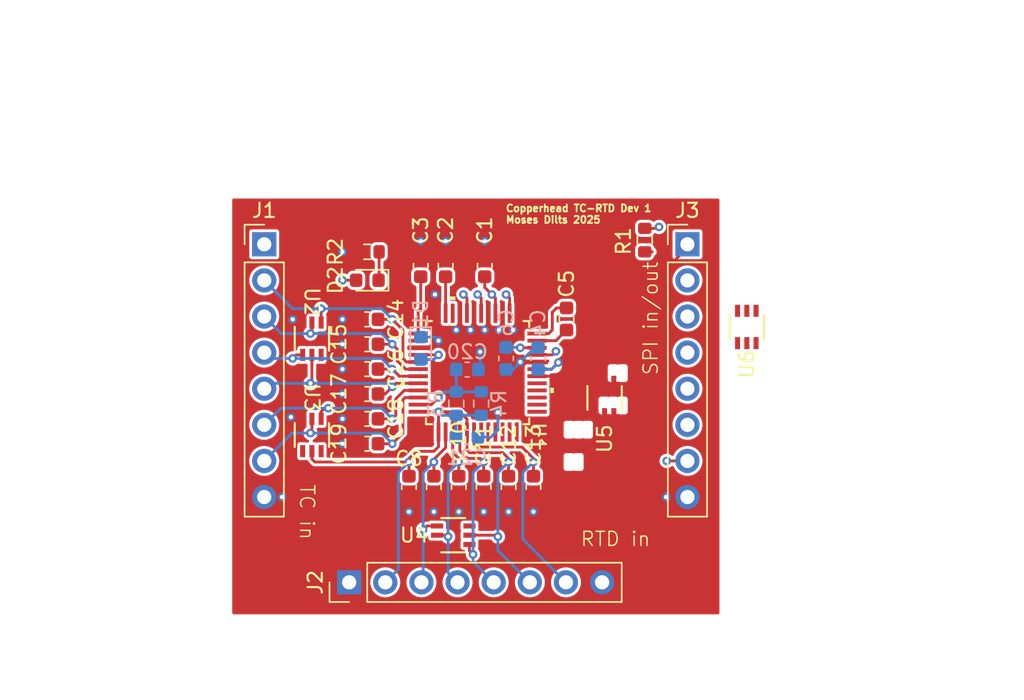
<source format=kicad_pcb>
(kicad_pcb (version 20241229) (generator "pcbnew") (generator_version "9.0")
  (layers (0 "F.Cu" signal) (4 "In1.Cu" signal) (6 "In2.Cu" signal) (2 "B.Cu" signal) (13 "F.Paste" user) (15 "B.Paste" user) (5 "F.SilkS" user "F.Silkscreen") (7 "B.SilkS" user "B.Silkscreen") (1 "F.Mask" user) (3 "B.Mask" user) (25 "Edge.Cuts" user))
  (net 0 "")
  (net 1 "+5V")
  (net 2 "GND")
  (net 3 "Net-(U1-VREF_BYP)")
  (net 4 "Net-(U1-VREFOUT)")
  (net 5 "Net-(U1-LDO)")
  (net 6 "Net-(U1-Q2)")
  (net 7 "Net-(U1-Q1)")
  (net 8 "Net-(U1-Q3)")
  (net 9 "CH1")
  (net 10 "Net-(D2-K)")
  (net 11 "CH7")
  (net 12 "CH5")
  (net 13 "CH3")
  (net 14 "CH6")
  (net 15 "CH2")
  (net 16 "COMMON")
  (net 17 "CH4")
  (net 18 "CH10")
  (net 19 "CH15")
  (net 20 "CH8")
  (net 21 "CH13")
  (net 22 "CH11")
  (net 23 "SDO")
  (net 24 "SCK")
  (net 25 "INTERRUPT")
  (net 26 "RESET_LOW")
  (net 27 "SDI")
  (net 28 "CS_LOW")
  (footprint "Resistor_SMD:R_0603_1608Metric" (layer "F.Cu") (at 151.825 98.465)
    (property "Reference" "R2" (at -2.25 0 90) (layer "F.SilkS"))
    (property "Value" "1k")
    (pad "1" smd roundrect (at -0.825 0) (size 0.8 0.95) (layers "F.Cu" "F.Mask" "F.Paste") (net 2 "GND"))
    (pad "2" smd roundrect (at 0.825 0) (size 0.8 0.95) (layers "F.Cu" "F.Mask" "F.Paste") (net 10 "Net-(D2-K)"))
  )
  (footprint "Capacitor_SMD:C_0603_1608Metric" (layer "F.Cu") (at 165.825 103.19 -90)
    (property "Reference" "C5" (at -2.475 0 90) (layer "F.SilkS"))
    (property "Value" "10uF")
    (pad "1" smd roundrect (at -0.775 0 270) (size 0.9 0.95) (layers "F.Cu" "F.Mask" "F.Paste") (net 7 "Net-(U1-Q1)"))
    (pad "2" smd roundrect (at 0.775 0 270) (size 0.9 0.95) (layers "F.Cu" "F.Mask" "F.Paste") (net 6 "Net-(U1-Q2)"))
  )
  (footprint "Capacitor_SMD:C_0603_1608Metric" (layer "F.Cu") (at 154.75 115.025 -90)
    (property "Reference" "C8" (at -2.025 0 180) (layer "F.SilkS"))
    (property "Value" "0.01uF")
    (pad "1" smd roundrect (at -0.775 0 270) (size 0.9 0.95) (layers "F.Cu" "F.Mask" "F.Paste") (net 18 "CH10"))
    (pad "2" smd roundrect (at 0.775 0 270) (size 0.9 0.95) (layers "F.Cu" "F.Mask" "F.Paste") (net 2 "GND"))
  )
  (footprint "Capacitor_SMD:C_0603_1608Metric" (layer "F.Cu") (at 157.325 99.44 -90)
    (property "Reference" "C2" (at -2.475 0 90) (layer "F.SilkS"))
    (property "Value" "0.1uF")
    (pad "1" smd roundrect (at -0.775 0 270) (size 0.9 0.95) (layers "F.Cu" "F.Mask" "F.Paste") (net 2 "GND"))
    (pad "2" smd roundrect (at 0.775 0 270) (size 0.9 0.95) (layers "F.Cu" "F.Mask" "F.Paste") (net 3 "Net-(U1-VREF_BYP)"))
  )
  (footprint "Capacitor_SMD:C_0603_1608Metric" (layer "F.Cu") (at 151.8 111.965 180)
    (property "Reference" "C19" (at 1.975 0 90) (layer "F.SilkS"))
    (property "Value" "0.01uF")
    (pad "1" smd roundrect (at -0.775 0 180) (size 0.9 0.95) (layers "F.Cu" "F.Mask" "F.Paste") (net 11 "CH7"))
    (pad "2" smd roundrect (at 0.775 0 180) (size 0.9 0.95) (layers "F.Cu" "F.Mask" "F.Paste") (net 2 "GND"))
  )
  (footprint "LED_SMD:LED_0603_1608Metric" (layer "F.Cu") (at 151.825 100.465 180)
    (property "Reference" "D2" (at 2.25 0 90) (layer "F.SilkS"))
    (property "Value" "LED")
    (pad "1" smd roundrect (at -0.7875 0 180) (size 0.875 0.95) (layers "F.Cu" "F.Mask" "F.Paste") (net 10 "Net-(D2-K)"))
    (pad "2" smd roundrect (at 0.7875 0 180) (size 0.875 0.95) (layers "F.Cu" "F.Mask" "F.Paste") (net 1 "+5V"))
  )
  (footprint "avi_footprint:DCK6_TEX" (layer "F.Cu") (at 168.5 108.75 90)
    (property "Reference" "U5" (at -2.86335 0 90) (layer "F.SilkS"))
    (property "Value" "TPD4E1B06DCKR")
    (pad "1" smd rect (at -1.13665 -0.649999 90) (size 0.8509 0.3556) (layers "F.Cu" "F.Mask" "F.Paste") (net 19 "CH15"))
    (pad "2" smd rect (at -1.13665 0 90) (size 0.8509 0.3556) (layers "F.Cu" "F.Mask" "F.Paste") (net 26 "RESET_LOW"))
    (pad "3" smd rect (at -1.13665 0.649999 90) (size 0.8509 0.3556) (layers "F.Cu" "F.Mask" "F.Paste") (net 2 "GND"))
    (pad "4" smd rect (at 1.13665 0.649999 90) (size 0.8509 0.3556) (layers "F.Cu" "F.Mask" "F.Paste") (net 28 "CS_LOW"))
    (pad "5" smd rect (at 1.13665 0 90) (size 0.8509 0.3556) (layers "F.Cu" "F.Mask" "F.Paste") (net 27 "SDI"))
    (pad "6" smd rect (at 1.13665 -0.649999 90) (size 0.8509 0.3556) (layers "F.Cu" "F.Mask" "F.Paste"))
  )
  (footprint "Capacitor_SMD:C_0603_1608Metric" (layer "F.Cu") (at 163.5 115.025 -90)
    (property "Reference" "C13" (at -2.975 0 90) (layer "F.SilkS"))
    (property "Value" "0.01uF")
    (pad "1" smd roundrect (at -0.775 0 270) (size 0.9 0.95) (layers "F.Cu" "F.Mask" "F.Paste") (net 19 "CH15"))
    (pad "2" smd roundrect (at 0.775 0 270) (size 0.9 0.95) (layers "F.Cu" "F.Mask" "F.Paste") (net 2 "GND"))
  )
  (footprint "avi_footprint:DCK6_TEX" (layer "F.Cu") (at 178.5 103.75 90)
    (property "Reference" "U6" (at -2.61335 0 90) (layer "F.SilkS"))
    (property "Value" "TPD4E1B06DCKR")
    (pad "1" smd rect (at -1.13665 -0.649999 90) (size 0.8509 0.3556) (layers "F.Cu" "F.Mask" "F.Paste") (net 23 "SDO"))
    (pad "2" smd rect (at -1.13665 0 90) (size 0.8509 0.3556) (layers "F.Cu" "F.Mask" "F.Paste") (net 24 "SCK"))
    (pad "3" smd rect (at -1.13665 0.649999 90) (size 0.8509 0.3556) (layers "F.Cu" "F.Mask" "F.Paste") (net 2 "GND"))
    (pad "4" smd rect (at 1.13665 0.649999 90) (size 0.8509 0.3556) (layers "F.Cu" "F.Mask" "F.Paste") (net 25 "INTERRUPT"))
    (pad "5" smd rect (at 1.13665 0 90) (size 0.8509 0.3556) (layers "F.Cu" "F.Mask" "F.Paste") (net 16 "COMMON"))
    (pad "6" smd rect (at 1.13665 -0.649999 90) (size 0.8509 0.3556) (layers "F.Cu" "F.Mask" "F.Paste"))
  )
  (footprint "avi_footprint:DCK6_TEX" (layer "F.Cu") (at 147.925001 104.57835 -90)
    (property "Reference" "U2" (at -2.61335 0 270) (layer "F.SilkS"))
    (property "Value" "TPD4E1B06DCKR")
    (pad "1" smd rect (at -1.13665 -0.649999 270) (size 0.8509 0.3556) (layers "F.Cu" "F.Mask" "F.Paste") (net 15 "CH2"))
    (pad "2" smd rect (at -1.13665 0 270) (size 0.8509 0.3556) (layers "F.Cu" "F.Mask" "F.Paste") (net 13 "CH3"))
    (pad "3" smd rect (at -1.13665 0.649999 270) (size 0.8509 0.3556) (layers "F.Cu" "F.Mask" "F.Paste") (net 2 "GND"))
    (pad "4" smd rect (at 1.13665 0.649999 270) (size 0.8509 0.3556) (layers "F.Cu" "F.Mask" "F.Paste") (net 17 "CH4"))
    (pad "5" smd rect (at 1.13665 0 270) (size 0.8509 0.3556) (layers "F.Cu" "F.Mask" "F.Paste") (net 12 "CH5"))
    (pad "6" smd rect (at 1.13665 -0.649999 270) (size 0.8509 0.3556) (layers "F.Cu" "F.Mask" "F.Paste"))
  )
  (footprint "Capacitor_SMD:C_0603_1608Metric" (layer "F.Cu") (at 151.8 103.215 180)
    (property "Reference" "C14" (at -2.025 0 90) (layer "F.SilkS"))
    (property "Value" "0.01uF")
    (pad "1" smd roundrect (at -0.775 0 180) (size 0.9 0.95) (layers "F.Cu" "F.Mask" "F.Paste") (net 15 "CH2"))
    (pad "2" smd roundrect (at 0.775 0 180) (size 0.9 0.95) (layers "F.Cu" "F.Mask" "F.Paste") (net 2 "GND"))
  )
  (footprint "Capacitor_SMD:C_0603_1608Metric" (layer "F.Cu") (at 155.575 99.44 90)
    (property "Reference" "C3" (at 2.475 0 90) (layer "F.SilkS"))
    (property "Value" "0.1uF")
    (pad "1" smd roundrect (at -0.775 0 90) (size 0.9 0.95) (layers "F.Cu" "F.Mask" "F.Paste") (net 4 "Net-(U1-VREFOUT)"))
    (pad "2" smd roundrect (at 0.775 0 90) (size 0.9 0.95) (layers "F.Cu" "F.Mask" "F.Paste") (net 2 "GND"))
  )
  (footprint "Connector_PinHeader_2.54mm:PinHeader_1x08_P2.54mm_Vertical" (layer "F.Cu") (at 144.575 97.935)
    (property "Reference" "J1" (at 0 -2.38 0) (layer "F.SilkS"))
    (property "Value" "Conn_01x08_Pin")
    (pad "1" thru_hole rect (at 0 0) (size 1.7 1.7) (drill 1) (layers "*.Cu" "*.Mask") (net 16 "COMMON"))
    (pad "2" thru_hole circle (at 0 2.54) (size 1.7 1.7) (drill 1) (layers "*.Cu" "*.Mask") (net 15 "CH2"))
    (pad "3" thru_hole circle (at 0 5.08) (size 1.7 1.7) (drill 1) (layers "*.Cu" "*.Mask") (net 13 "CH3"))
    (pad "4" thru_hole circle (at 0 7.62) (size 1.7 1.7) (drill 1) (layers "*.Cu" "*.Mask") (net 17 "CH4"))
    (pad "5" thru_hole circle (at 0 10.16) (size 1.7 1.7) (drill 1) (layers "*.Cu" "*.Mask") (net 12 "CH5"))
    (pad "6" thru_hole circle (at 0 12.7) (size 1.7 1.7) (drill 1) (layers "*.Cu" "*.Mask") (net 14 "CH6"))
    (pad "7" thru_hole circle (at 0 15.24) (size 1.7 1.7) (drill 1) (layers "*.Cu" "*.Mask") (net 11 "CH7"))
    (pad "8" thru_hole circle (at 0 17.78) (size 1.7 1.7) (drill 1) (layers "*.Cu" "*.Mask") (net 2 "GND"))
  )
  (footprint "Capacitor_SMD:C_0603_1608Metric" (layer "F.Cu") (at 151.8 104.965 180)
    (property "Reference" "C15" (at 1.975 0 90) (layer "F.SilkS"))
    (property "Value" "0.01uF")
    (pad "1" smd roundrect (at -0.775 0 180) (size 0.9 0.95) (layers "F.Cu" "F.Mask" "F.Paste") (net 13 "CH3"))
    (pad "2" smd roundrect (at 0.775 0 180) (size 0.9 0.95) (layers "F.Cu" "F.Mask" "F.Paste") (net 2 "GND"))
  )
  (footprint "avi_footprint:DCK6_TEX" (layer "F.Cu") (at 147.925001 111.35165 -90)
    (property "Reference" "U3" (at -2.63665 0 270) (layer "F.SilkS"))
    (property "Value" "TPD4E1B06DCKR")
    (pad "1" smd rect (at -1.13665 -0.649999 270) (size 0.8509 0.3556) (layers "F.Cu" "F.Mask" "F.Paste") (net 14 "CH6"))
    (pad "2" smd rect (at -1.13665 0 270) (size 0.8509 0.3556) (layers "F.Cu" "F.Mask" "F.Paste") (net 11 "CH7"))
    (pad "3" smd rect (at -1.13665 0.649999 270) (size 0.8509 0.3556) (layers "F.Cu" "F.Mask" "F.Paste") (net 2 "GND"))
    (pad "4" smd rect (at 1.13665 0.649999 270) (size 0.8509 0.3556) (layers "F.Cu" "F.Mask" "F.Paste") (net 16 "COMMON"))
    (pad "5" smd rect (at 1.13665 0 270) (size 0.8509 0.3556) (layers "F.Cu" "F.Mask" "F.Paste") (net 18 "CH10"))
    (pad "6" smd rect (at 1.13665 -0.649999 270) (size 0.8509 0.3556) (layers "F.Cu" "F.Mask" "F.Paste"))
  )
  (footprint "Capacitor_SMD:C_0603_1608Metric" (layer "F.Cu") (at 156.5 115.025 -90)
    (property "Reference" "C9" (hide yes))
    (property "Value" "0.01uF")
    (pad "1" smd roundrect (at -0.775 0 270) (size 0.9 0.95) (layers "F.Cu" "F.Mask" "F.Paste") (net 22 "CH11"))
    (pad "2" smd roundrect (at 0.775 0 270) (size 0.9 0.95) (layers "F.Cu" "F.Mask" "F.Paste") (net 2 "GND"))
  )
  (footprint "Capacitor_SMD:C_0603_1608Metric" (layer "F.Cu") (at 151.8 108.465 180)
    (property "Reference" "C17" (at 1.975 0 90) (layer "F.SilkS"))
    (property "Value" "0.01uF")
    (pad "1" smd roundrect (at -0.775 0 180) (size 0.9 0.95) (layers "F.Cu" "F.Mask" "F.Paste") (net 12 "CH5"))
    (pad "2" smd roundrect (at 0.775 0 180) (size 0.9 0.95) (layers "F.Cu" "F.Mask" "F.Paste") (net 2 "GND"))
  )
  (footprint "Connector_PinHeader_2.54mm:PinHeader_1x08_P2.54mm_Vertical" (layer "F.Cu") (at 150.545 121.715 90)
    (property "Reference" "J2" (at 0 -2.38 90) (layer "F.SilkS"))
    (property "Value" "Conn_01x08_Pin")
    (pad "1" thru_hole rect (at 0 0 90) (size 1.7 1.7) (drill 1) (layers "*.Cu" "*.Mask") (net 2 "GND"))
    (pad "2" thru_hole circle (at 0 2.54 90) (size 1.7 1.7) (drill 1) (layers "*.Cu" "*.Mask") (net 18 "CH10"))
    (pad "3" thru_hole circle (at 0 5.08 90) (size 1.7 1.7) (drill 1) (layers "*.Cu" "*.Mask") (net 22 "CH11"))
    (pad "4" thru_hole circle (at 0 7.62 90) (size 1.7 1.7) (drill 1) (layers "*.Cu" "*.Mask") (net 18 "CH10"))
    (pad "5" thru_hole circle (at 0 10.16 90) (size 1.7 1.7) (drill 1) (layers "*.Cu" "*.Mask") (net 21 "CH13"))
    (pad "6" thru_hole circle (at 0 12.7 90) (size 1.7 1.7) (drill 1) (layers "*.Cu" "*.Mask") (net 18 "CH10"))
    (pad "7" thru_hole circle (at 0 15.24 90) (size 1.7 1.7) (drill 1) (layers "*.Cu" "*.Mask") (net 19 "CH15"))
    (pad "8" thru_hole circle (at 0 17.78 90) (size 1.7 1.7) (drill 1) (layers "*.Cu" "*.Mask") (net 2 "GND"))
  )
  (footprint "avi_footprint:LQFP-48_LX_LIT" (layer "F.Cu") (at 159.575 106.965 -90)
    (property "Reference" "U1" (at 4.5 -4.25 270) (layer "F.SilkS"))
    (property "Value" "LTC2984CLX-PBF")
    (pad "1" smd rect (at -4.1778 -2.75) (size 0.27 1.355601) (layers "F.Cu" "F.Mask" "F.Paste") (net 2 "GND"))
    (pad "2" smd rect (at -4.1778 -2.250001) (size 0.27 1.355601) (layers "F.Cu" "F.Mask" "F.Paste") (net 1 "+5V"))
    (pad "3" smd rect (at -4.1778 -1.749999) (size 0.27 1.355601) (layers "F.Cu" "F.Mask" "F.Paste") (net 2 "GND"))
    (pad "4" smd rect (at -4.1778 -1.25) (size 0.27 1.355601) (layers "F.Cu" "F.Mask" "F.Paste") (net 1 "+5V"))
    (pad "5" smd rect (at -4.1778 -0.750001) (size 0.27 1.355601) (layers "F.Cu" "F.Mask" "F.Paste") (net 2 "GND"))
    (pad "6" smd rect (at -4.1778 -0.25) (size 0.27 1.355601) (layers "F.Cu" "F.Mask" "F.Paste") (net 1 "+5V"))
    (pad "7" smd rect (at -4.1778 0.25) (size 0.27 1.355601) (layers "F.Cu" "F.Mask" "F.Paste") (net 2 "GND"))
    (pad "8" smd rect (at -4.1778 0.750001) (size 0.27 1.355601) (layers "F.Cu" "F.Mask" "F.Paste") (net 1 "+5V"))
    (pad "9" smd rect (at -4.1778 1.25) (size 0.27 1.355601) (layers "F.Cu" "F.Mask" "F.Paste") (net 2 "GND"))
    (pad "10" smd rect (at -4.1778 1.749999) (size 0.27 1.355601) (layers "F.Cu" "F.Mask" "F.Paste"))
    (pad "11" smd rect (at -4.1778 2.250001) (size 0.27 1.355601) (layers "F.Cu" "F.Mask" "F.Paste") (net 3 "Net-(U1-VREF_BYP)"))
    (pad "12" smd rect (at -4.1778 2.75) (size 0.27 1.355601) (layers "F.Cu" "F.Mask" "F.Paste") (net 2 "GND"))
    (pad "13" smd rect (at -2.75 4.1778 270) (size 0.27 1.355601) (layers "F.Cu" "F.Mask" "F.Paste") (net 4 "Net-(U1-VREFOUT)"))
    (pad "14" smd rect (at -2.250001 4.1778 270) (size 0.27 1.355601) (layers "F.Cu" "F.Mask" "F.Paste") (net 4 "Net-(U1-VREFOUT)"))
    (pad "15" smd rect (at -1.749999 4.1778 270) (size 0.27 1.355601) (layers "F.Cu" "F.Mask" "F.Paste") (net 2 "GND"))
    (pad "16" smd rect (at -1.25 4.1778 270) (size 0.27 1.355601) (layers "F.Cu" "F.Mask" "F.Paste") (net 9 "CH1"))
    (pad "17" smd rect (at -0.750001 4.1778 270) (size 0.27 1.355601) (layers "F.Cu" "F.Mask" "F.Paste") (net 15 "CH2"))
    (pad "18" smd rect (at -0.25 4.1778 270) (size 0.27 1.355601) (layers "F.Cu" "F.Mask" "F.Paste") (net 13 "CH3"))
    (pad "19" smd rect (at 0.25 4.1778 270) (size 0.27 1.355601) (layers "F.Cu" "F.Mask" "F.Paste") (net 17 "CH4"))
    (pad "20" smd rect (at 0.750001 4.1778 270) (size 0.27 1.355601) (layers "F.Cu" "F.Mask" "F.Paste") (net 12 "CH5"))
    (pad "21" smd rect (at 1.25 4.1778 270) (size 0.27 1.355601) (layers "F.Cu" "F.Mask" "F.Paste") (net 14 "CH6"))
    (pad "22" smd rect (at 1.749999 4.1778 270) (size 0.27 1.355601) (layers "F.Cu" "F.Mask" "F.Paste") (net 11 "CH7"))
    (pad "23" smd rect (at 2.250001 4.1778 270) (size 0.27 1.355601) (layers "F.Cu" "F.Mask" "F.Paste") (net 20 "CH8"))
    (pad "24" smd rect (at 2.75 4.1778 270) (size 0.27 1.355601) (layers "F.Cu" "F.Mask" "F.Paste") (net 18 "CH10"))
    (pad "25" smd rect (at 4.1778 2.75) (size 0.27 1.355601) (layers "F.Cu" "F.Mask" "F.Paste") (net 18 "CH10"))
    (pad "26" smd rect (at 4.1778 2.250001) (size 0.27 1.355601) (layers "F.Cu" "F.Mask" "F.Paste") (net 22 "CH11"))
    (pad "27" smd rect (at 4.1778 1.749999) (size 0.27 1.355601) (layers "F.Cu" "F.Mask" "F.Paste") (net 18 "CH10"))
    (pad "28" smd rect (at 4.1778 1.25) (size 0.27 1.355601) (layers "F.Cu" "F.Mask" "F.Paste") (net 21 "CH13"))
    (pad "29" smd rect (at 4.1778 0.750001) (size 0.27 1.355601) (layers "F.Cu" "F.Mask" "F.Paste") (net 18 "CH10"))
    (pad "30" smd rect (at 4.1778 0.25) (size 0.27 1.355601) (layers "F.Cu" "F.Mask" "F.Paste") (net 19 "CH15"))
    (pad "31" smd rect (at 4.1778 -0.25) (size 0.27 1.355601) (layers "F.Cu" "F.Mask" "F.Paste"))
    (pad "32" smd rect (at 4.1778 -0.750001) (size 0.27 1.355601) (layers "F.Cu" "F.Mask" "F.Paste"))
    (pad "33" smd rect (at 4.1778 -1.25) (size 0.27 1.355601) (layers "F.Cu" "F.Mask" "F.Paste"))
    (pad "34" smd rect (at 4.1778 -1.749999) (size 0.27 1.355601) (layers "F.Cu" "F.Mask" "F.Paste"))
    (pad "35" smd rect (at 4.1778 -2.250001) (size 0.27 1.355601) (layers "F.Cu" "F.Mask" "F.Paste"))
    (pad "36" smd rect (at 4.1778 -2.75) (size 0.27 1.355601) (layers "F.Cu" "F.Mask" "F.Paste") (net 16 "COMMON"))
    (pad "37" smd rect (at 2.75 -4.1778 270) (size 0.27 1.355601) (layers "F.Cu" "F.Mask" "F.Paste") (net 25 "INTERRUPT"))
    (pad "38" smd rect (at 2.250001 -4.1778 270) (size 0.27 1.355601) (layers "F.Cu" "F.Mask" "F.Paste") (net 24 "SCK"))
    (pad "39" smd rect (at 1.749999 -4.1778 270) (size 0.27 1.355601) (layers "F.Cu" "F.Mask" "F.Paste") (net 23 "SDO"))
    (pad "40" smd rect (at 1.25 -4.1778 270) (size 0.27 1.355601) (layers "F.Cu" "F.Mask" "F.Paste") (net 27 "SDI"))
    (pad "41" smd rect (at 0.750001 -4.1778 270) (size 0.27 1.355601) (layers "F.Cu" "F.Mask" "F.Paste") (net 28 "CS_LOW"))
    (pad "42" smd rect (at 0.25 -4.1778 270) (size 0.27 1.355601) (layers "F.Cu" "F.Mask" "F.Paste") (net 26 "RESET_LOW"))
    (pad "43" smd rect (at -0.25 -4.1778 270) (size 0.27 1.355601) (layers "F.Cu" "F.Mask" "F.Paste") (net 5 "Net-(U1-LDO)"))
    (pad "44" smd rect (at -0.750001 -4.1778 270) (size 0.27 1.355601) (layers "F.Cu" "F.Mask" "F.Paste") (net 2 "GND"))
    (pad "45" smd rect (at -1.25 -4.1778 270) (size 0.27 1.355601) (layers "F.Cu" "F.Mask" "F.Paste") (net 1 "+5V"))
    (pad "46" smd rect (at -1.749999 -4.1778 270) (size 0.27 1.355601) (layers "F.Cu" "F.Mask" "F.Paste") (net 8 "Net-(U1-Q3)"))
    (pad "47" smd rect (at -2.250001 -4.1778 270) (size 0.27 1.355601) (layers "F.Cu" "F.Mask" "F.Paste") (net 6 "Net-(U1-Q2)"))
    (pad "48" smd rect (at -2.75 -4.1778 270) (size 0.27 1.355601) (layers "F.Cu" "F.Mask" "F.Paste") (net 7 "Net-(U1-Q1)"))
  )
  (footprint "Capacitor_SMD:C_0603_1608Metric" (layer "F.Cu") (at 161.75 115.025 -90)
    (property "Reference" "C12" (at -2.975 0 90) (layer "F.SilkS"))
    (property "Value" "0.01uF")
    (pad "1" smd roundrect (at -0.775 0 270) (size 0.9 0.95) (layers "F.Cu" "F.Mask" "F.Paste") (net 18 "CH10"))
    (pad "2" smd roundrect (at 0.775 0 270) (size 0.9 0.95) (layers "F.Cu" "F.Mask" "F.Paste") (net 2 "GND"))
  )
  (footprint "Capacitor_SMD:C_0603_1608Metric" (layer "F.Cu") (at 151.8 106.715 180)
    (property "Reference" "C16" (at -2.025 0 90) (layer "F.SilkS"))
    (property "Value" "0.01uF")
    (pad "1" smd roundrect (at -0.775 0 180) (size 0.9 0.95) (layers "F.Cu" "F.Mask" "F.Paste") (net 17 "CH4"))
    (pad "2" smd roundrect (at 0.775 0 180) (size 0.9 0.95) (layers "F.Cu" "F.Mask" "F.Paste") (net 2 "GND"))
  )
  (footprint "Capacitor_SMD:C_0603_1608Metric" (layer "F.Cu") (at 151.8 110.215 180)
    (property "Reference" "C18" (at -2.025 0 90) (layer "F.SilkS"))
    (property "Value" "0.01uF")
    (pad "1" smd roundrect (at -0.775 0 180) (size 0.9 0.95) (layers "F.Cu" "F.Mask" "F.Paste") (net 14 "CH6"))
    (pad "2" smd roundrect (at 0.775 0 180) (size 0.9 0.95) (layers "F.Cu" "F.Mask" "F.Paste") (net 2 "GND"))
  )
  (footprint "Capacitor_SMD:C_0603_1608Metric" (layer "F.Cu") (at 160 115.025 -90)
    (property "Reference" "C11" (at -2.975 0 90) (layer "F.SilkS"))
    (property "Value" "0.01uF")
    (pad "1" smd roundrect (at -0.775 0 270) (size 0.9 0.95) (layers "F.Cu" "F.Mask" "F.Paste") (net 21 "CH13"))
    (pad "2" smd roundrect (at 0.775 0 270) (size 0.9 0.95) (layers "F.Cu" "F.Mask" "F.Paste") (net 2 "GND"))
  )
  (footprint "Capacitor_SMD:C_0603_1608Metric" (layer "F.Cu") (at 158.25 115.025 -90)
    (property "Reference" "C10" (at -3.225 0 90) (layer "F.SilkS"))
    (property "Value" "0.01uF")
    (pad "1" smd roundrect (at -0.775 0 270) (size 0.9 0.95) (layers "F.Cu" "F.Mask" "F.Paste") (net 18 "CH10"))
    (pad "2" smd roundrect (at 0.775 0 270) (size 0.9 0.95) (layers "F.Cu" "F.Mask" "F.Paste") (net 2 "GND"))
  )
  (footprint "Resistor_SMD:R_0603_1608Metric" (layer "F.Cu") (at 171.325 97.64 -90)
    (property "Reference" "R1" (at 0.075 1.5 90) (layer "F.SilkS"))
    (property "Value" "10k")
    (pad "1" smd roundrect (at -0.825 0 270) (size 0.8 0.95) (layers "F.Cu" "F.Mask" "F.Paste") (net 1 "+5V"))
    (pad "2" smd roundrect (at 0.825 0 270) (size 0.8 0.95) (layers "F.Cu" "F.Mask" "F.Paste") (net 26 "RESET_LOW"))
  )
  (footprint "Connector_PinHeader_2.54mm:PinHeader_1x08_P2.54mm_Vertical" (layer "F.Cu") (at 174.325 97.935)
    (property "Reference" "J3" (at 0 -2.38 0) (layer "F.SilkS"))
    (property "Value" "Conn_01x08_Pin")
    (pad "1" thru_hole rect (at 0 0) (size 1.7 1.7) (drill 1) (layers "*.Cu" "*.Mask") (net 26 "RESET_LOW"))
    (pad "2" thru_hole circle (at 0 2.54) (size 1.7 1.7) (drill 1) (layers "*.Cu" "*.Mask") (net 28 "CS_LOW"))
    (pad "3" thru_hole circle (at 0 5.08) (size 1.7 1.7) (drill 1) (layers "*.Cu" "*.Mask") (net 27 "SDI"))
    (pad "4" thru_hole circle (at 0 7.62) (size 1.7 1.7) (drill 1) (layers "*.Cu" "*.Mask") (net 23 "SDO"))
    (pad "5" thru_hole circle (at 0 10.16) (size 1.7 1.7) (drill 1) (layers "*.Cu" "*.Mask") (net 24 "SCK"))
    (pad "6" thru_hole circle (at 0 12.7) (size 1.7 1.7) (drill 1) (layers "*.Cu" "*.Mask") (net 25 "INTERRUPT"))
    (pad "7" thru_hole circle (at 0 15.24) (size 1.7 1.7) (drill 1) (layers "*.Cu" "*.Mask") (net 1 "+5V"))
    (pad "8" thru_hole circle (at 0 17.78) (size 1.7 1.7) (drill 1) (layers "*.Cu" "*.Mask") (net 2 "GND"))
  )
  (footprint "avi_footprint:DCK6_TEX" (layer "F.Cu") (at 157.86335 118.399999)
    (property "Reference" "U4" (at -2.75 0 0) (layer "F.SilkS"))
    (property "Value" "TPD4E1B06DCKR")
    (pad "1" smd rect (at -1.13665 -0.649999) (size 0.8509 0.3556) (layers "F.Cu" "F.Mask" "F.Paste") (net 22 "CH11"))
    (pad "2" smd rect (at -1.13665 0) (size 0.8509 0.3556) (layers "F.Cu" "F.Mask" "F.Paste") (net 18 "CH10"))
    (pad "3" smd rect (at -1.13665 0.649999) (size 0.8509 0.3556) (layers "F.Cu" "F.Mask" "F.Paste") (net 2 "GND"))
    (pad "4" smd rect (at 1.13665 0.649999) (size 0.8509 0.3556) (layers "F.Cu" "F.Mask" "F.Paste") (net 21 "CH13"))
    (pad "5" smd rect (at 1.13665 0) (size 0.8509 0.3556) (layers "F.Cu" "F.Mask" "F.Paste") (net 18 "CH10"))
    (pad "6" smd rect (at 1.13665 -0.649999) (size 0.8509 0.3556) (layers "F.Cu" "F.Mask" "F.Paste"))
  )
  (footprint "Capacitor_SMD:C_0603_1608Metric" (layer "F.Cu") (at 160.075 99.44 90)
    (property "Reference" "C1" (at 2.475 0 90) (layer "F.SilkS"))
    (property "Value" "0.1uF")
    (pad "1" smd roundrect (at -0.775 0 90) (size 0.9 0.95) (layers "F.Cu" "F.Mask" "F.Paste") (net 1 "+5V"))
    (pad "2" smd roundrect (at 0.775 0 90) (size 0.9 0.95) (layers "F.Cu" "F.Mask" "F.Paste") (net 2 "GND"))
  )
  (footprint "Capacitor_SMD:C_0603_1608Metric" (layer "B.Cu") (at 158.85 106.75)
    (property "Reference" "C20" (at 0 -1.25 0) (layer "B.SilkS") (effects (justify mirror)))
    (property "Value" "0.01uF")
    (pad "1" smd roundrect (at -0.775 0) (size 0.9 0.95) (layers "B.Cu" "B.Mask" "B.Paste") (net 20 "CH8"))
    (pad "2" smd roundrect (at 0.775 0) (size 0.9 0.95) (layers "B.Cu" "B.Mask" "B.Paste") (net 2 "GND"))
  )
  (footprint "Capacitor_SMD:C_0603_1608Metric" (layer "B.Cu") (at 158.825 111.5)
    (property "Reference" "C21" (at 0 1.43 0) (layer "B.SilkS") (effects (justify mirror)))
    (property "Value" "0.01uF")
    (pad "1" smd roundrect (at -0.775 0) (size 0.9 0.95) (layers "B.Cu" "B.Mask" "B.Paste") (net 18 "CH10"))
    (pad "2" smd roundrect (at 0.775 0) (size 0.9 0.95) (layers "B.Cu" "B.Mask" "B.Paste") (net 2 "GND"))
  )
  (footprint "Capacitor_SMD:C_0603_1608Metric" (layer "B.Cu") (at 161.575 105.965 -90)
    (property "Reference" "C6" (at -2.5 0 90) (layer "B.SilkS") (effects (justify mirror)))
    (property "Value" "10uF")
    (pad "1" smd roundrect (at -0.775 0 270) (size 0.9 0.95) (layers "B.Cu" "B.Mask" "B.Paste") (net 8 "Net-(U1-Q3)"))
    (pad "2" smd roundrect (at 0.775 0 270) (size 0.9 0.95) (layers "B.Cu" "B.Mask" "B.Paste") (net 2 "GND"))
  )
  (footprint "Capacitor_SMD:C_0603_1608Metric" (layer "B.Cu") (at 163.825 105.965 90)
    (property "Reference" "C4" (at 2.475 0 90) (layer "B.SilkS") (effects (justify mirror)))
    (property "Value" "10uF")
    (pad "1" smd roundrect (at -0.775 0 90) (size 0.9 0.95) (layers "B.Cu" "B.Mask" "B.Paste") (net 5 "Net-(U1-LDO)"))
    (pad "2" smd roundrect (at 0.775 0 90) (size 0.9 0.95) (layers "B.Cu" "B.Mask" "B.Paste") (net 2 "GND"))
  )
  (footprint "Diode_SMD:D_0603_1608Metric" (layer "B.Cu") (at 155.575 105.2525 -90)
    (property "Reference" "D1" (at -2.4625 0 90) (layer "B.SilkS") (effects (justify mirror)))
    (property "Value" "D")
    (pad "1" smd roundrect (at -0.7875 0 270) (size 0.875 0.95) (layers "B.Cu" "B.Mask" "B.Paste") (net 2 "GND"))
    (pad "2" smd roundrect (at 0.7875 0 270) (size 0.875 0.95) (layers "B.Cu" "B.Mask" "B.Paste") (net 9 "CH1"))
  )
  (footprint "Resistor_SMD:R_0603_1608Metric" (layer "B.Cu") (at 159.825 109.14 -90)
    (property "Reference" "R4" (at 0 -1.25 90) (layer "B.SilkS") (effects (justify mirror)))
    (property "Value" "10k")
    (pad "1" smd roundrect (at -0.825 0 270) (size 0.8 0.95) (layers "B.Cu" "B.Mask" "B.Paste") (net 20 "CH8"))
    (pad "2" smd roundrect (at 0.825 0 270) (size 0.8 0.95) (layers "B.Cu" "B.Mask" "B.Paste") (net 18 "CH10"))
  )
  (footprint "Resistor_SMD:R_0603_1608Metric" (layer "B.Cu") (at 158.075 109.14 -90)
    (property "Reference" "R3" (at 0 1.43 90) (layer "B.SilkS") (effects (justify mirror)))
    (property "Value" "10k")
    (pad "1" smd roundrect (at -0.825 0 270) (size 0.8 0.95) (layers "B.Cu" "B.Mask" "B.Paste") (net 20 "CH8"))
    (pad "2" smd roundrect (at 0.825 0 270) (size 0.8 0.95) (layers "B.Cu" "B.Mask" "B.Paste") (net 18 "CH10"))
  )
  (gr_text "RTD in" (at 166.75 119.25 0) (layer "F.SilkS") (effects (font (size 1 1) (thickness 0.1)) (justify left bottom)))
  (gr_text "TC in" (at 147 114.75 270) (layer "F.SilkS") (effects (font (size 1 1) (thickness 0.1)) (justify left bottom)))
  (gr_text "SPI in/out" (at 172.325 107.215 90) (layer "F.SilkS") (effects (font (size 1 1) (thickness 0.1)) (justify left bottom)))
  (gr_text "Copperhead TC-RTD Dev 1\nMoses Dilts 2025" (at 161.5 96.5 0) (layer "F.SilkS") (effects (font (size 0.5 0.5) (thickness 0.125) (bold yes)) (justify left bottom)))
  (segment (start 159.825 102.7872) (end 159.825 101.715) (width 0.2) (layer "F.Cu") (net 1))
  (segment (start 158.824999 101.714999) (end 158.575 101.465) (width 0.2) (layer "F.Cu") (net 1))
  (segment (start 160.075 100.965) (end 160.575 101.465) (width 0.2) (layer "F.Cu") (net 1))
  (segment (start 163.7528 105.715) (end 164.825 105.715) (width 0.2) (layer "F.Cu") (net 1))
  (segment (start 151.0375 100.465) (end 150.075 100.465) (width 0.2) (layer "F.Cu") (net 1))
  (segment (start 172.225 96.815) (end 172.325 96.715) (width 0.2) (layer "F.Cu") (net 1))
  (segment (start 164.825 105.715) (end 165.075 105.465) (width 0.2) (layer "F.Cu") (net 1))
  (segment (start 174.325 113.175) (end 172.865 113.175) (width 0.2) (layer "F.Cu") (net 1))
  (segment (start 171.325 96.815) (end 172.225 96.815) (width 0.2) (layer "F.Cu") (net 1))
  (segment (start 160.075 100.215) (end 160.075 100.965) (width 0.2) (layer "F.Cu") (net 1))
  (segment (start 158.824999 102.7872) (end 158.824999 101.714999) (width 0.2) (layer "F.Cu") (net 1))
  (segment (start 160.825 102.7872) (end 160.825 101.715) (width 0.2) (layer "F.Cu") (net 1))
  (segment (start 161.825001 102.7872) (end 161.825001 101.715001) (width 0.2) (layer "F.Cu") (net 1))
  (segment (start 159.825 101.715) (end 159.575 101.465) (width 0.2) (layer "F.Cu") (net 1))
  (segment (start 160.825 101.715) (end 160.575 101.465) (width 0.2) (layer "F.Cu") (net 1))
  (segment (start 161.825001 101.715001) (end 161.575 101.465) (width 0.2) (layer "F.Cu") (net 1))
  (via (at 150.075 100.465) (size 0.6) (drill 0.3) (layers "F.Cu" "B.Cu") (net 1))
  (via (at 159.575 101.465) (size 0.6) (drill 0.3) (layers "F.Cu" "B.Cu") (net 1))
  (via (at 165.075 105.465) (size 0.6) (drill 0.3) (layers "F.Cu" "B.Cu") (net 1))
  (via (at 158.575 101.465) (size 0.6) (drill 0.3) (layers "F.Cu" "B.Cu") (net 1))
  (via (at 160.575 101.465) (size 0.6) (drill 0.3) (layers "F.Cu" "B.Cu") (net 1))
  (via (at 161.575 101.465) (size 0.6) (drill 0.3) (layers "F.Cu" "B.Cu") (net 1))
  (via (at 172.865 113.175) (size 0.6) (drill 0.3) (layers "F.Cu" "B.Cu") (net 1))
  (via (at 172.325 96.715) (size 0.6) (drill 0.3) (layers "F.Cu" "B.Cu") (net 1))
  (segment (start 162.575 106.215) (end 162.575001 106.214999) (width 0.2) (layer "F.Cu") (net 2))
  (segment (start 151.025 108.465) (end 150.075 108.465) (width 0.2) (layer "F.Cu") (net 2))
  (segment (start 146.8017 103.4417) (end 146.575 103.215) (width 0.2) (layer "F.Cu") (net 2))
  (segment (start 156.825 102.7872) (end 156.825 101.715) (width 0.2) (layer "F.Cu") (net 2))
  (segment (start 158.325 102.7872) (end 158.325 103.715) (width 0.2) (layer "F.Cu") (net 2))
  (segment (start 160.325001 103.714999) (end 160.075 103.965) (width 0.2) (layer "F.Cu") (net 2))
  (segment (start 155.3972 105.215001) (end 156.324999 105.215001) (width 0.2) (layer "F.Cu") (net 2))
  (segment (start 151.025 111.965) (end 150.075 111.965) (width 0.2) (layer "F.Cu") (net 2))
  (segment (start 144.575 115.715) (end 145.825 115.715) (width 0.2) (layer "F.Cu") (net 2))
  (segment (start 162.325 102.7872) (end 162.325 103.715) (width 0.2) (layer "F.Cu") (net 2))
  (segment (start 158.25 115.8) (end 158.25 116.75) (width 0.2) (layer "F.Cu") (net 2))
  (segment (start 161.324999 102.7872) (end 161.324999 103.715001) (width 0.2) (layer "F.Cu") (net 2))
  (segment (start 151.025 103.215) (end 150.075 103.215) (width 0.2) (layer "F.Cu") (net 2))
  (segment (start 151.025 104.965) (end 150.075 104.965) (width 0.2) (layer "F.Cu") (net 2))
  (segment (start 161.324999 103.715001) (end 161.075 103.965) (width 0.2) (layer "F.Cu") (net 2))
  (segment (start 156.324999 105.215001) (end 156.825 104.715) (width 0.2) (layer "F.Cu") (net 2))
  (segment (start 151.025 106.715) (end 150.075 106.715) (width 0.2) (layer "F.Cu") (net 2))
  (segment (start 147.275002 110.215) (end 146.575 110.215) (width 0.2) (layer "F.Cu") (net 2))
  (segment (start 156.825 101.715) (end 156.575 101.465) (width 0.2) (layer "F.Cu") (net 2))
  (segment (start 160.075 98.665) (end 160.075 97.715) (width 0.2) (layer "F.Cu") (net 2))
  (segment (start 151.025 110.215) (end 150.075 110.215) (width 0.2) (layer "F.Cu") (net 2))
  (segment (start 160 115.8) (end 160 116.75) (width 0.2) (layer "F.Cu") (net 2))
  (segment (start 163.5 115.8) (end 163.5 116.75) (width 0.2) (layer "F.Cu") (net 2))
  (segment (start 147.275002 103.4417) (end 146.8017 103.4417) (width 0.2) (layer "F.Cu") (net 2))
  (segment (start 159.325 103.715) (end 159.075 103.965) (width 0.2) (layer "F.Cu") (net 2))
  (segment (start 156.5 115.8) (end 156.5 116.75) (width 0.2) (layer "F.Cu") (net 2))
  (segment (start 146.45 110.09) (end 146.325 109.965) (width 0.2) (layer "F.Cu") (net 2))
  (segment (start 146.575 110.215) (end 146.45 110.09) (width 0.2) (layer "F.Cu") (net 2))
  (segment (start 151 98.465) (end 150.075 98.465) (width 0.2) (layer "F.Cu") (net 2))
  (segment (start 163.7528 106.214999) (end 162.575001 106.214999) (width 0.2) (layer "F.Cu") (net 2))
  (segment (start 162.325 103.715) (end 162.075 103.965) (width 0.2) (layer "F.Cu") (net 2))
  (segment (start 155.575 98.665) (end 155.575 97.715) (width 0.2) (layer "F.Cu") (net 2))
  (segment (start 159.325 102.7872) (end 159.325 103.715) (width 0.2) (layer "F.Cu") (net 2))
  (segment (start 161.75 115.8) (end 161.75 116.75) (width 0.2) (layer "F.Cu") (net 2))
  (segment (start 160.325001 102.7872) (end 160.325001 103.714999) (width 0.2) (layer "F.Cu") (net 2))
  (segment (start 154.75 115.8) (end 154.75 116.75) (width 0.2) (layer "F.Cu") (net 2))
  (segment (start 157.325 97.715) (end 157.325 98.665) (width 0.2) (layer "F.Cu") (net 2))
  (segment (start 158.325 103.715) (end 158.075 103.965) (width 0.2) (layer "F.Cu") (net 2))
  (segment (start 174.325 115.715) (end 172.825 115.715) (width 0.2) (layer "F.Cu") (net 2))
  (via (at 154.75 116.75) (size 0.6) (drill 0.3) (layers "F.Cu" "B.Cu") (net 2))
  (via (at 146.575 103.215) (size 0.6) (drill 0.3) (layers "F.Cu" "B.Cu") (net 2))
  (via (at 162.075 103.965) (size 0.6) (drill 0.3) (layers "F.Cu" "B.Cu") (net 2))
  (via (at 150.075 110.215) (size 0.6) (drill 0.3) (layers "F.Cu" "B.Cu") (net 2))
  (via (at 155.575 97.715) (size 0.6) (drill 0.3) (layers "F.Cu" "B.Cu") (net 2))
  (via (at 146.45 110.09) (size 0.6) (drill 0.3) (layers "F.Cu" "B.Cu") (net 2))
  (via (at 161.75 116.75) (size 0.6) (drill 0.3) (layers "F.Cu" "B.Cu") (net 2))
  (via (at 150.075 104.965) (size 0.6) (drill 0.3) (layers "F.Cu" "B.Cu") (net 2))
  (via (at 161.075 103.965) (size 0.6) (drill 0.3) (layers "F.Cu" "B.Cu") (net 2))
  (via (at 156.825 104.715) (size 0.6) (drill 0.3) (layers "F.Cu" "B.Cu") (net 2))
  (via (at 162.575 106.215) (size 0.6) (drill 0.3) (layers "F.Cu" "B.Cu") (net 2))
  (via (at 163.5 116.75) (size 0.6) (drill 0.3) (layers "F.Cu" "B.Cu") (net 2))
  (via (at 145.825 115.715) (size 0.6) (drill 0.3) (layers "F.Cu" "B.Cu") (net 2))
  (via (at 159.75 105.5) (size 0.6) (drill 0.3) (layers "F.Cu" "B.Cu") (net 2))
  (via (at 150.075 106.715) (size 0.6) (drill 0.3) (layers "F.Cu" "B.Cu") (net 2))
  (via (at 161 109.75) (size 0.6) (drill 0.3) (layers "F.Cu" "B.Cu") (net 2))
  (via (at 160 116.75) (size 0.6) (drill 0.3) (layers "F.Cu" "B.Cu") (net 2))
  (via (at 150.075 111.965) (size 0.6) (drill 0.3) (layers "F.Cu" "B.Cu") (net 2))
  (via (at 156.575 101.465) (size 0.6) (drill 0.3) (layers "F.Cu" "B.Cu") (net 2))
  (via (at 157.325 97.715) (size 0.6) (drill 0.3) (layers "F.Cu" "B.Cu") (net 2))
  (via (at 156.5 116.75) (size 0.6) (drill 0.3) (layers "F.Cu" "B.Cu") (net 2))
  (via (at 150.075 108.465) (size 0.6) (drill 0.3) (layers "F.Cu" "B.Cu") (net 2))
  (via (at 150.075 98.465) (size 0.6) (drill 0.3) (layers "F.Cu" "B.Cu") (net 2))
  (via (at 160.075 97.715) (size 0.6) (drill 0.3) (layers "F.Cu" "B.Cu") (net 2))
  (via (at 159.075 103.965) (size 0.6) (drill 0.3) (layers "F.Cu" "B.Cu") (net 2))
  (via (at 150.075 103.215) (size 0.6) (drill 0.3) (layers "F.Cu" "B.Cu") (net 2))
  (via (at 172.825 115.715) (size 0.6) (drill 0.3) (layers "F.Cu" "B.Cu") (net 2))
  (via (at 160.075 103.965) (size 0.6) (drill 0.3) (layers "F.Cu" "B.Cu") (net 2))
  (via (at 158.25 116.75) (size 0.6) (drill 0.3) (layers "F.Cu" "B.Cu") (net 2))
  (via (at 158.075 103.965) (size 0.6) (drill 0.3) (layers "F.Cu" "B.Cu") (net 2))
  (segment (start 159.75 105.5) (end 159.75 106.625) (width 0.2) (layer "B.Cu") (net 2))
  (segment (start 160.5 111.5) (end 161 111) (width 0.2) (layer "B.Cu") (net 2))
  (segment (start 159.75 106.625) (end 159.625 106.75) (width 0.2) (layer "B.Cu") (net 2))
  (segment (start 163.825 105.19) (end 163.6 105.19) (width 0.2) (layer "B.Cu") (net 2))
  (segment (start 155.575 104.465) (end 156.575 104.465) (width 0.2) (layer "B.Cu") (net 2))
  (segment (start 161.565 106.75) (end 161.575 106.74) (width 0.2) (layer "B.Cu") (net 2))
  (segment (start 163.6 105.19) (end 162.575 106.215) (width 0.2) (layer "B.Cu") (net 2))
  (segment (start 161.575 106.74) (end 162.05 106.74) (width 0.2) (layer "B.Cu") (net 2))
  (segment (start 161 111) (end 161 109.75) (width 0.2) (layer "B.Cu") (net 2))
  (segment (start 156.575 104.465) (end 156.825 104.715) (width 0.2) (layer "B.Cu") (net 2))
  (segment (start 162.05 106.74) (end 162.575 106.215) (width 0.2) (layer "B.Cu") (net 2))
  (segment (start 159.6 111.5) (end 160.5 111.5) (width 0.2) (layer "B.Cu") (net 2))
  (segment (start 157.325 100.215) (end 157.324999 102.7872) (width 0.2) (layer "F.Cu") (net 3))
  (segment (start 155.3972 104.215) (end 155.3972 102.6428) (width 0.2) (layer "F.Cu") (net 4))
  (segment (start 155.3972 102.6428) (end 155.575 102.465) (width 0.2) (layer "F.Cu") (net 4))
  (segment (start 155.3972 104.215) (end 155.3972 104.714999) (width 0.2) (layer "F.Cu") (net 4))
  (segment (start 155.575 100.215) (end 155.575 102.465) (width 0.2) (layer "F.Cu") (net 4))
  (segment (start 164.785 106.715) (end 165.25 106.25) (width 0.2) (layer "F.Cu") (net 5))
  (segment (start 163.7528 106.715) (end 164.785 106.715) (width 0.2) (layer "F.Cu") (net 5))
  (via (at 165.25 106.25) (size 0.6) (drill 0.3) (layers "F.Cu" "B.Cu") (net 5))
  (segment (start 164.75 106.75) (end 164.74 106.74) (width 0.2) (layer "B.Cu") (net 5))
  (segment (start 163.85 106.715) (end 163.825 106.74) (width 0.2) (layer "B.Cu") (net 5))
  (segment (start 165.25 106.25) (end 164.75 106.75) (width 0.2) (layer "B.Cu") (net 5))
  (segment (start 164.74 106.74) (end 163.825 106.74) (width 0.2) (layer "B.Cu") (net 5))
  (segment (start 165.075001 104.714999) (end 165.825 103.965) (width 0.2) (layer "F.Cu") (net 6))
  (segment (start 163.7528 104.714999) (end 165.075001 104.714999) (width 0.2) (layer "F.Cu") (net 6))
  (segment (start 164.825 102.715) (end 165.125 102.415) (width 0.2) (layer "F.Cu") (net 7))
  (segment (start 164.575 104.215) (end 164.825 103.965) (width 0.2) (layer "F.Cu") (net 7))
  (segment (start 163.7528 104.215) (end 164.575 104.215) (width 0.2) (layer "F.Cu") (net 7))
  (segment (start 165.125 102.415) (end 165.825 102.415) (width 0.2) (layer "F.Cu") (net 7))
  (segment (start 164.825 103.965) (end 164.825 102.715) (width 0.2) (layer "F.Cu") (net 7))
  (segment (start 163.7528 105.215001) (end 162.575 105.215) (width 0.2) (layer "F.Cu") (net 8))
  (via (at 162.575 105.215) (size 0.6) (drill 0.3) (layers "F.Cu" "B.Cu") (net 8))
  (segment (start 161.575 105.19) (end 162.55 105.19) (width 0.2) (layer "B.Cu") (net 8))
  (segment (start 161.6 105.19) (end 161.325 105.19) (width 0.2) (layer "B.Cu") (net 8))
  (segment (start 161.625 105.215) (end 161.6 105.19) (width 0.2) (layer "B.Cu") (net 8))
  (segment (start 162.55 105.19) (end 162.575 105.215) (width 0.2) (layer "B.Cu") (net 8))
  (segment (start 155.3972 105.715) (end 156.825 105.715) (width 0.2) (layer "F.Cu") (net 9))
  (via (at 156.825 105.715) (size 0.6) (drill 0.3) (layers "F.Cu" "B.Cu") (net 9))
  (segment (start 155.575 106.04) (end 156.5 106.04) (width 0.2) (layer "B.Cu") (net 9))
  (segment (start 156.5 106.04) (end 156.825 105.715) (width 0.2) (layer "B.Cu") (net 9))
  (segment (start 152.65 98.465) (end 152.65 100.4275) (width 0.2) (layer "F.Cu") (net 10))
  (segment (start 152.65 100.4275) (end 152.6125 100.465) (width 0.2) (layer "F.Cu") (net 10))
  (segment (start 155.3972 108.714999) (end 154.482402 108.714999) (width 0.2) (layer "F.Cu") (net 11))
  (segment (start 154.325 111.215) (end 153.575 111.965) (width 0.2) (layer "F.Cu") (net 11))
  (segment (start 154.482402 108.714999) (end 154.325 108.872401) (width 0.2) (layer "F.Cu") (net 11))
  (segment (start 147.925001 110.215) (end 147.925001 111.114999) (width 0.2) (layer "F.Cu") (net 11))
  (segment (start 154.325 108.872401) (end 154.325 111.215) (width 0.2) (layer "F.Cu") (net 11))
  (segment (start 152.575 111.965) (end 153.575 111.965) (width 0.2) (layer "F.Cu") (net 11))
  (segment (start 147.925001 111.114999) (end 147.825 111.215) (width 0.2) (layer "F.Cu") (net 11))
  (via (at 153.575 111.965) (size 0.6) (drill 0.3) (layers "F.Cu" "B.Cu") (net 11))
  (via (at 147.825 111.215) (size 0.6) (drill 0.3) (layers "F.Cu" "B.Cu") (net 11))
  (segment (start 153.575 111.965) (end 152.825 111.215) (width 0.2) (layer "B.Cu") (net 11))
  (segment (start 152.825 111.215) (end 146.535 111.215) (width 0.2) (layer "B.Cu") (net 11))
  (segment (start 146.535 111.215) (end 144.575 113.175) (width 0.2) (layer "B.Cu") (net 11))
  (segment (start 155.3972 107.715001) (end 153.825 107.715) (width 0.2) (layer "F.Cu") (net 12))
  (segment (start 153.575 107.965) (end 153.075 108.465) (width 0.2) (layer "F.Cu") (net 12))
  (segment (start 153.825 107.715) (end 153.575 107.965) (width 0.2) (layer "F.Cu") (net 12))
  (segment (start 147.925001 107.614999) (end 147.825 107.715) (width 0.2) (layer "F.Cu") (net 12))
  (segment (start 153.075 108.465) (end 152.575 108.465) (width 0.2) (layer "F.Cu") (net 12))
  (segment (start 147.925001 105.715) (end 147.925001 107.614999) (width 0.2) (layer "F.Cu") (net 12))
  (via (at 153.575 107.965) (size 0.6) (drill 0.3) (layers "F.Cu" "B.Cu") (net 12))
  (via (at 147.825 107.715) (size 0.6) (drill 0.3) (layers "F.Cu" "B.Cu") (net 12))
  (segment (start 153.575 107.965) (end 153.325 107.715) (width 0.2) (layer "B.Cu") (net 12))
  (segment (start 153.325 107.715) (end 144.955 107.715) (width 0.2) (layer "B.Cu") (net 12))
  (segment (start 144.955 107.715) (end 144.575 108.095) (width 0.2) (layer "B.Cu") (net 12))
  (segment (start 147.925001 104.114999) (end 147.825 104.215) (width 0.2) (layer "F.Cu") (net 13))
  (segment (start 147.925001 103.4417) (end 147.925001 104.114999) (width 0.2) (layer "F.Cu") (net 13))
  (segment (start 154.5079 106.715) (end 155.3972 106.715) (width 0.2) (layer "F.Cu") (net 13))
  (segment (start 153.924 106.1311) (end 154.5079 106.715) (width 0.2) (layer "F.Cu") (net 13))
  (segment (start 153.924 105.314) (end 153.924 106.1311) (width 0.2) (layer "F.Cu") (net 13))
  (segment (start 152.575 104.965) (end 153.575 104.965) (width 0.2) (layer "F.Cu") (net 13))
  (segment (start 144.575 103.015) (end 145.025 103.015) (width 0.2) (layer "F.Cu") (net 13))
  (segment (start 153.575 104.965) (end 153.924 105.314) (width 0.2) (layer "F.Cu") (net 13))
  (via (at 153.575 104.965) (size 0.6) (drill 0.3) (layers "F.Cu" "B.Cu") (net 13))
  (via (at 147.825 104.215) (size 0.6) (drill 0.3) (layers "F.Cu" "B.Cu") (net 13))
  (segment (start 145.775 104.215) (end 144.575 103.015) (width 0.2) (layer "B.Cu") (net 13))
  (segment (start 153.575 104.965) (end 152.825 104.215) (width 0.2) (layer "B.Cu") (net 13))
  (segment (start 147.825 104.215) (end 145.775 104.215) (width 0.2) (layer "B.Cu") (net 13))
  (segment (start 152.825 104.215) (end 147.825 104.215) (width 0.2) (layer "B.Cu") (net 13))
  (segment (start 148.575 109.715) (end 148.825 109.465) (width 0.2) (layer "F.Cu") (net 14))
  (segment (start 153.825 108.805301) (end 153.825 109.965) (width 0.2) (layer "F.Cu") (net 14))
  (segment (start 152.575 110.215) (end 153.575 110.215) (width 0.2) (layer "F.Cu") (net 14))
  (segment (start 153.825 109.965) (end 153.575 110.215) (width 0.2) (layer "F.Cu") (net 14))
  (segment (start 155.3972 108.215) (end 154.415301 108.215) (width 0.2) (layer "F.Cu") (net 14))
  (segment (start 148.575 110.215) (end 148.575 109.715) (width 0.2) (layer "F.Cu") (net 14))
  (segment (start 148.825 109.465) (end 149.075 109.465) (width 0.2) (layer "F.Cu") (net 14))
  (segment (start 154.415301 108.215) (end 153.825 108.805301) (width 0.2) (layer "F.Cu") (net 14))
  (via (at 149.075 109.465) (size 0.6) (drill 0.3) (layers "F.Cu" "B.Cu") (net 14))
  (via (at 153.575 110.215) (size 0.6) (drill 0.3) (layers "F.Cu" "B.Cu") (net 14))
  (segment (start 145.745 109.465) (end 144.575 110.635) (width 0.2) (layer "B.Cu") (net 14))
  (segment (start 153.575 110.215) (end 152.825 109.465) (width 0.2) (layer "B.Cu") (net 14))
  (segment (start 152.825 109.465) (end 145.745 109.465) (width 0.2) (layer "B.Cu") (net 14))
  (segment (start 148.575 103.4417) (end 148.575 102.465) (width 0.2) (layer "F.Cu") (net 15))
  (segment (start 155.3972 106.214999) (end 154.574999 106.214999) (width 0.2) (layer "F.Cu") (net 15))
  (segment (start 154.574999 106.214999) (end 154.325 105.965) (width 0.2) (layer "F.Cu") (net 15))
  (segment (start 154.325 103.965) (end 153.575 103.215) (width 0.2) (layer "F.Cu") (net 15))
  (segment (start 154.325 105.965) (end 154.325 103.965) (width 0.2) (layer "F.Cu") (net 15))
  (segment (start 152.575 103.215) (end 153.575 103.215) (width 0.2) (layer "F.Cu") (net 15))
  (via (at 148.575 102.465) (size 0.6) (drill 0.3) (layers "F.Cu" "B.Cu") (net 15))
  (via (at 153.575 103.215) (size 0.6) (drill 0.3) (layers "F.Cu" "B.Cu") (net 15))
  (segment (start 153.575 103.215) (end 152.825 102.465) (width 0.2) (layer "B.Cu") (net 15))
  (segment (start 146.565 102.465) (end 144.575 100.475) (width 0.2) (layer "B.Cu") (net 15))
  (segment (start 152.825 102.465) (end 146.565 102.465) (width 0.2) (layer "B.Cu") (net 15))
  (segment (start 146.825 105.715) (end 146.575 105.965) (width 0.2) (layer "F.Cu") (net 17))
  (segment (start 153.575 106.715) (end 154.075 107.215) (width 0.2) (layer "F.Cu") (net 17))
  (segment (start 152.575 106.715) (end 153.575 106.715) (width 0.2) (layer "F.Cu") (net 17))
  (segment (start 154.075 107.215) (end 155.3972 107.215) (width 0.2) (layer "F.Cu") (net 17))
  (segment (start 147.275002 105.715) (end 146.825 105.715) (width 0.2) (layer "F.Cu") (net 17))
  (via (at 153.575 106.715) (size 0.6) (drill 0.3) (layers "F.Cu" "B.Cu") (net 17))
  (via (at 146.575 105.965) (size 0.6) (drill 0.3) (layers "F.Cu" "B.Cu") (net 17))
  (segment (start 144.985 105.965) (end 152.825 105.965) (width 0.2) (layer "B.Cu") (net 17))
  (segment (start 144.575 105.555) (end 144.985 105.965) (width 0.2) (layer "B.Cu") (net 17))
  (segment (start 153.575 106.715) (end 152.825 105.965) (width 0.2) (layer "B.Cu") (net 17))
  (segment (start 154.75 113.25) (end 154.75 114.25) (width 0.2) (layer "F.Cu") (net 18))
  (segment (start 158.824999 112.407956) (end 159.016043 112.599) (width 0.2) (layer "F.Cu") (net 18))
  (segment (start 156.7267 118.399999) (end 157.399999 118.399999) (width 0.2) (layer "F.Cu") (net 18))
  (segment (start 161.75 113.25) (end 161.75 114.25) (width 0.2) (layer "F.Cu") (net 18))
  (segment (start 158.824999 110.227999) (end 158.312 109.715) (width 0.2) (layer "F.Cu") (net 18))
  (segment (start 155.3972 109.715) (end 156.825 109.715) (width 0.2) (layer "F.Cu") (net 18))
  (segment (start 158.824999 111.1428) (end 158.824999 112.407956) (width 0.2) (layer "F.Cu") (net 18))
  (segment (start 158.312 109.715) (end 157.311999 109.715) (width 0.2) (layer "F.Cu") (net 18))
  (segment (start 158.25 113.25) (end 158.25 114.25) (width 0.2) (layer "F.Cu") (net 18))
  (segment (start 158.25 113) (end 158.25 113.25) (width 0.2) (layer "F.Cu") (net 18))
  (segment (start 157.311999 109.715) (end 156.825 109.715) (width 0.2) (layer "F.Cu") (net 18))
  (segment (start 159.016043 112.599) (end 161.349 112.599) (width 0.2) (layer "F.Cu") (net 18))
  (segment (start 156.5 112.5) (end 155.25 112.5) (width 0.2) (layer "F.Cu") (net 18))
  (segment (start 147.925001 112.4883) (end 147.925001 113.043551) (width 0.2) (layer "F.Cu") (net 18))
  (segment (start 159 118.399999) (end 160.899999 118.399999) (width 0.2) (layer "F.Cu") (net 18))
  (segment (start 157.825001 110.228002) (end 157.311999 109.715) (width 0.2) (layer "F.Cu") (net 18))
  (segment (start 160.899999 118.399999) (end 161 118.5) (width 0.2) (layer "F.Cu") (net 18))
  (segment (start 157.825001 111.1428) (end 157.825001 110.228002) (width 0.2) (layer "F.Cu") (net 18))
  (segment (start 147.925001 113.043551) (end 148.13145 113.25) (width 0.2) (layer "F.Cu") (net 18))
  (segment (start 156.825 111.1428) (end 156.825 112.175) (width 0.2) (layer "F.Cu") (net 18))
  (segment (start 161.75 113) (end 161.75 113.25) (width 0.2) (layer "F.Cu") (net 18))
  (segment (start 155.25 112.5) (end 154.75 113) (width 0.2) (layer "F.Cu") (net 18))
  (segment (start 157.399999 118.399999) (end 157.5 118.5) (width 0.2) (layer "F.Cu") (net 18))
  (segment (start 156.825 112.175) (end 156.5 112.5) (width 0.2) (layer "F.Cu") (net 18))
  (segment (start 158.824999 111.1428) (end 158.824999 110.227999) (width 0.2) (layer "F.Cu") (net 18))
  (segment (start 148.13145 113.25) (end 154.75 113.25) (width 0.2) (layer "F.Cu") (net 18))
  (segment (start 161.349 112.599) (end 161.75 113) (width 0.2) (layer "F.Cu") (net 18))
  (segment (start 157.825001 112.575001) (end 158.25 113) (width 0.2) (layer "F.Cu") (net 18))
  (segment (start 156.825 111.1428) (end 156.825 109.715) (width 0.2) (layer "F.Cu") (net 18))
  (segment (start 154.75 113) (end 154.75 113.25) (width 0.2) (layer "F.Cu") (net 18))
  (segment (start 157.825001 111.1428) (end 157.825001 112.575001) (width 0.2) (layer "F.Cu") (net 18))
  (via (at 157.5 118.5) (size 0.6) (drill 0.3) (layers "F.Cu" "B.Cu") (net 18))
  (via (at 161 118.5) (size 0.6) (drill 0.3) (layers "F.Cu" "B.Cu") (net 18))
  (via (at 158.25 113.25) (size 0.6) (drill 0.3) (layers "F.Cu" "B.Cu") (net 18))
  (via (at 156.825 109.715) (size 0.6) (drill 0.3) (layers "F.Cu" "B.Cu") (net 18))
  (via (at 154.75 113.25) (size 0.6) (drill 0.3) (layers "F.Cu" "B.Cu") (net 18))
  (via (at 161.75 113.25) (size 0.6) (drill 0.3) (layers "F.Cu" "B.Cu") (net 18))
  (segment (start 158.05 111.5) (end 158.05 109.99) (width 0.2) (layer "B.Cu") (net 18))
  (segment (start 161 119.47) (end 163.245 121.715) (width 0.2) (layer "B.Cu") (net 18))
  (segment (start 161.75 113.25) (end 161 114) (width 0.2) (layer "B.Cu") (net 18))
  (segment (start 154 114) (end 154 120.8) (width 0.2) (layer "B.Cu") (net 18))
  (segment (start 159.825 109.965) (end 158.075 109.965) (width 0.2) (layer "B.Cu") (net 18))
  (segment (start 154 120.8) (end 153.085 121.715) (width 0.2) (layer "B.Cu") (net 18))
  (segment (start 158.25 113.25) (end 157.5 114) (width 0.2) (layer "B.Cu") (net 18))
  (segment (start 158.05 109.99) (end 158.075 109.965) (width 0.2) (layer "B.Cu") (net 18))
  (segment (start 157.5 114) (end 157.5 121.05) (width 0.2) (layer "B.Cu") (net 18))
  (segment (start 161 114) (end 161 119.47) (width 0.2) (layer "B.Cu") (net 18))
  (segment (start 158.075 109.965) (end 157.075 109.965) (width 0.2) (layer "B.Cu") (net 18))
  (segment (start 157.5 121.05) (end 158.165 121.715) (width 0.2) (layer "B.Cu") (net 18))
  (segment (start 154.75 113.25) (end 154 114) (width 0.2) (layer "B.Cu") (net 18))
  (segment (start 157.075 109.965) (end 156.825 109.715) (width 0.2) (layer "B.Cu") (net 18))
  (segment (start 163.5 113) (end 163.5 113.25) (width 0.2) (layer "F.Cu") (net 19))
  (segment (start 159.4654 112.198) (end 162.698 112.198) (width 0.2) (layer "F.Cu") (net 19))
  (segment (start 159.325 111.1428) (end 159.325 112.0576) (width 0.2) (layer "F.Cu") (net 19))
  (segment (start 163.5 113.25) (end 163.5 114.25) (width 0.2) (layer "F.Cu") (net 19))
  (segment (start 162.698 112.198) (end 163.5 113) (width 0.2) (layer "F.Cu") (net 19))
  (segment (start 159.325 112.0576) (end 159.4654 112.198) (width 0.2) (layer "F.Cu") (net 19))
  (via (at 163.5 113.25) (size 0.6) (drill 0.3) (layers "F.Cu" "B.Cu") (net 19))
  (segment (start 163.5 113.25) (end 162.75 114) (width 0.2) (layer "B.Cu") (net 19))
  (segment (start 162.75 114) (end 162.75 118.68) (width 0.2) (layer "B.Cu") (net 19))
  (segment (start 162.75 118.68) (end 165.785 121.715) (width 0.2) (layer "B.Cu") (net 19))
  (segment (start 156.324999 109.215001) (end 156.825 108.715) (width 0.2) (layer "F.Cu") (net 20))
  (segment (start 155.3972 109.215001) (end 156.324999 109.215001) (width 0.2) (layer "F.Cu") (net 20))
  (via (at 156.825 108.715) (size 0.6) (drill 0.3) (layers "F.Cu" "B.Cu") (net 20))
  (segment (start 157.225 108.315) (end 156.825 108.715) (width 0.2) (layer "B.Cu") (net 20))
  (segment (start 159.825 108.315) (end 158.075 108.315) (width 0.2) (layer "B.Cu") (net 20))
  (segment (start 158.075 108.315) (end 157.225 108.315) (width 0.2) (layer "B.Cu") (net 20))
  (segment (start 158.075 108.315) (end 158.075 106.75) (width 0.2) (layer "B.Cu") (net 20))
  (segment (start 158.849943 113) (end 159.75 113) (width 0.2) (layer "F.Cu") (net 21))
  (segment (start 158.325 112.475057) (end 158.849943 113) (width 0.2) (layer "F.Cu") (net 21))
  (segment (start 160 113.25) (end 160 114.25) (width 0.2) (layer "F.Cu") (net 21))
  (segment (start 159 119.049998) (end 159 119.5) (width 0.2) (layer "F.Cu") (net 21))
  (segment (start 159 119.5) (end 159.25 119.75) (width 0.2) (layer "F.Cu") (net 21))
  (segment (start 158.325 111.1428) (end 158.325 112.475057) (width 0.2) (layer "F.Cu") (net 21))
  (segment (start 160.625 121.635) (end 160.705 121.715) (width 0.2) (layer "F.Cu") (net 21))
  (segment (start 159.75 113) (end 160 113.25) (width 0.2) (layer "F.Cu") (net 21))
  (via (at 160 113.25) (size 0.6) (drill 0.3) (layers "F.Cu" "B.Cu") (net 21))
  (via (at 159.25 119.75) (size 0.6) (drill 0.3) (layers "F.Cu" "B.Cu") (net 21))
  (segment (start 159.25 120.26) (end 160.705 121.715) (width 0.2) (layer "B.Cu") (net 21))
  (segment (start 160 113.25) (end 159.25 114) (width 0.2) (layer "B.Cu") (net 21))
  (segment (start 159.25 114) (end 159.25 120.26) (width 0.2) (layer "B.Cu") (net 21))
  (segment (start 156.5 113.0671) (end 156.5 113.25) (width 0.2) (layer "F.Cu") (net 22))
  (segment (start 157.324999 111.1428) (end 157.324999 112.242101) (width 0.2) (layer "F.Cu") (net 22))
  (segment (start 156.7267 117.75) (end 156 117.75) (width 0.2) (layer "F.Cu") (net 22))
  (segment (start 156 117.75) (end 155.75 118) (width 0.2) (layer "F.Cu") (net 22))
  (segment (start 156.5 113.25) (end 156.5 114.25) (width 0.2) (layer "F.Cu") (net 22))
  (segment (start 157.324999 112.242101) (end 156.5 113.0671) (width 0.2) (layer "F.Cu") (net 22))
  (via (at 156.5 113.25) (size 0.6) (drill 0.3) (layers "F.Cu" "B.Cu") (net 22))
  (via (at 155.75 118) (size 0.6) (drill 0.3) (layers "F.Cu" "B.Cu") (net 22))
  (segment (start 156.5 113.25) (end 155.75 114) (width 0.2) (layer "B.Cu") (net 22))
  (segment (start 155.75 114) (end 155.75 121.59) (width 0.2) (layer "B.Cu") (net 22))
  (segment (start 155.75 121.59) (end 155.625 121.715) (width 0.2) (layer "B.Cu") (net 22))
  (segment (start 174.325 98.175) (end 174.325 97.935) (width 0.2) (layer "F.Cu") (net 26))
  (segment (start 163.7528 107.215) (end 165.285 107.215) (width 0.2) (layer "F.Cu") (net 26))
  (segment (start 171.325 98.465) (end 171.855 98.465) (width 0.2) (layer "F.Cu") (net 26))
  (segment (start 165.285 107.215) (end 174.325 98.175) (width 0.2) (layer "F.Cu") (net 26))
  (zone (net 2) (net_name "GND") (layer "F.Cu") (connect_pads yes (clearance 0.2)) (min_thickness 0.2) (fill yes (thermal_gap 0.5) (thermal_bridge_width 0.5))
    (polygon (pts (xy 176.575 94.715) (xy 176.575 123.965) (xy 142.325 123.965) (xy 142.325 94.715)))
  )
)
</source>
